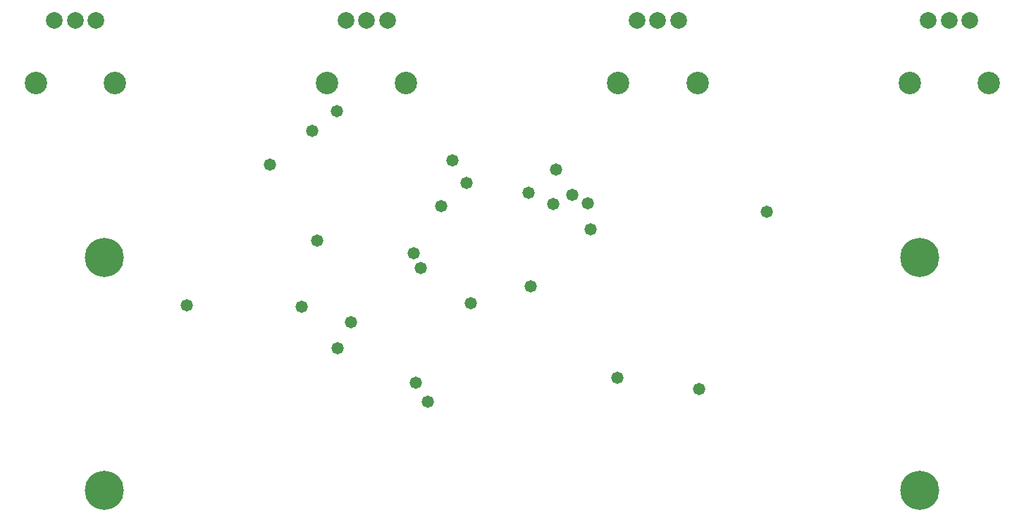
<source format=gbs>
G04*
G04 #@! TF.GenerationSoftware,Altium Limited,Altium Designer,21.6.4 (81)*
G04*
G04 Layer_Color=16711935*
%FSLAX25Y25*%
%MOIN*%
G70*
G04*
G04 #@! TF.SameCoordinates,229126BB-2D6E-4CE4-B507-F74EAE748698*
G04*
G04*
G04 #@! TF.FilePolarity,Negative*
G04*
G01*
G75*
%ADD37C,0.10642*%
%ADD38C,0.07887*%
%ADD39C,0.05800*%
%ADD40C,0.18517*%
D37*
X473425Y236221D02*
D03*
X510827D02*
D03*
X335630D02*
D03*
X373031D02*
D03*
X197835D02*
D03*
X235236D02*
D03*
X60039D02*
D03*
X97441D02*
D03*
D38*
X482283Y265748D02*
D03*
X492126D02*
D03*
X501968D02*
D03*
X344488D02*
D03*
X354331D02*
D03*
X364173D02*
D03*
X206693D02*
D03*
X216535D02*
D03*
X226378D02*
D03*
X68898D02*
D03*
X78740D02*
D03*
X88583D02*
D03*
D39*
X251969Y177953D02*
D03*
X263779Y188976D02*
D03*
X190945Y213642D02*
D03*
X202362Y222835D02*
D03*
X242126Y148425D02*
D03*
X405958Y175305D02*
D03*
X257087Y199606D02*
D03*
X306299Y195276D02*
D03*
X238976Y155512D02*
D03*
X373888Y91016D02*
D03*
X335039Y96457D02*
D03*
X131496Y130709D02*
D03*
X209055Y122835D02*
D03*
X170903Y197489D02*
D03*
X193307Y161417D02*
D03*
X265748Y131890D02*
D03*
X294094Y139764D02*
D03*
X293307Y184252D02*
D03*
X313779Y183071D02*
D03*
X304700Y178830D02*
D03*
X321260Y179134D02*
D03*
X322441Y166929D02*
D03*
X245669Y85039D02*
D03*
X239764Y94095D02*
D03*
X185827Y130315D02*
D03*
X202756Y110630D02*
D03*
D40*
X478346Y43307D02*
D03*
Y153543D02*
D03*
X92520D02*
D03*
Y43307D02*
D03*
M02*

</source>
